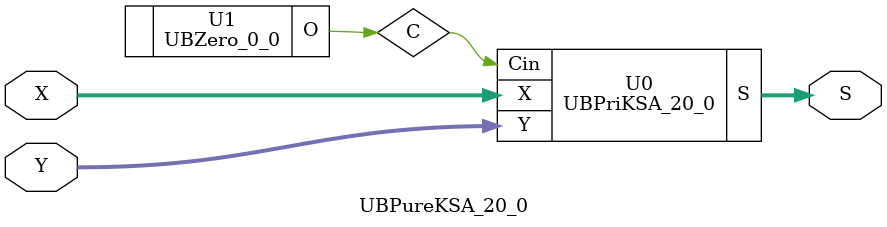
<source format=v>
/*----------------------------------------------------------------------------
  Copyright (c) 2021 Homma laboratory. All rights reserved.

  Top module: UBKSA_20_0_20_0

  Operand-1 length: 21
  Operand-2 length: 21
  Two-operand addition algorithm: Kogge-Stone adder
----------------------------------------------------------------------------*/

module GPGenerator(Go, Po, A, B);
  output Go;
  output Po;
  input A;
  input B;
  assign Go = A & B;
  assign Po = A ^ B;
endmodule

module CarryOperator(Go, Po, Gi1, Pi1, Gi2, Pi2);
  output Go;
  output Po;
  input Gi1;
  input Gi2;
  input Pi1;
  input Pi2;
  assign Go = Gi1 | ( Gi2 & Pi1 );
  assign Po = Pi1 & Pi2;
endmodule

module UBPriKSA_20_0(S, X, Y, Cin);
  output [21:0] S;
  input Cin;
  input [20:0] X;
  input [20:0] Y;
  wire [20:0] G0;
  wire [20:0] G1;
  wire [20:0] G2;
  wire [20:0] G3;
  wire [20:0] G4;
  wire [20:0] G5;
  wire [20:0] P0;
  wire [20:0] P1;
  wire [20:0] P2;
  wire [20:0] P3;
  wire [20:0] P4;
  wire [20:0] P5;
  assign P1[0] = P0[0];
  assign G1[0] = G0[0];
  assign P2[0] = P1[0];
  assign G2[0] = G1[0];
  assign P2[1] = P1[1];
  assign G2[1] = G1[1];
  assign P3[0] = P2[0];
  assign G3[0] = G2[0];
  assign P3[1] = P2[1];
  assign G3[1] = G2[1];
  assign P3[2] = P2[2];
  assign G3[2] = G2[2];
  assign P3[3] = P2[3];
  assign G3[3] = G2[3];
  assign P4[0] = P3[0];
  assign G4[0] = G3[0];
  assign P4[1] = P3[1];
  assign G4[1] = G3[1];
  assign P4[2] = P3[2];
  assign G4[2] = G3[2];
  assign P4[3] = P3[3];
  assign G4[3] = G3[3];
  assign P4[4] = P3[4];
  assign G4[4] = G3[4];
  assign P4[5] = P3[5];
  assign G4[5] = G3[5];
  assign P4[6] = P3[6];
  assign G4[6] = G3[6];
  assign P4[7] = P3[7];
  assign G4[7] = G3[7];
  assign P5[0] = P4[0];
  assign G5[0] = G4[0];
  assign P5[1] = P4[1];
  assign G5[1] = G4[1];
  assign P5[2] = P4[2];
  assign G5[2] = G4[2];
  assign P5[3] = P4[3];
  assign G5[3] = G4[3];
  assign P5[4] = P4[4];
  assign G5[4] = G4[4];
  assign P5[5] = P4[5];
  assign G5[5] = G4[5];
  assign P5[6] = P4[6];
  assign G5[6] = G4[6];
  assign P5[7] = P4[7];
  assign G5[7] = G4[7];
  assign P5[8] = P4[8];
  assign G5[8] = G4[8];
  assign P5[9] = P4[9];
  assign G5[9] = G4[9];
  assign P5[10] = P4[10];
  assign G5[10] = G4[10];
  assign P5[11] = P4[11];
  assign G5[11] = G4[11];
  assign P5[12] = P4[12];
  assign G5[12] = G4[12];
  assign P5[13] = P4[13];
  assign G5[13] = G4[13];
  assign P5[14] = P4[14];
  assign G5[14] = G4[14];
  assign P5[15] = P4[15];
  assign G5[15] = G4[15];
  assign S[0] = Cin ^ P0[0];
  assign S[1] = ( G5[0] | ( P5[0] & Cin ) ) ^ P0[1];
  assign S[2] = ( G5[1] | ( P5[1] & Cin ) ) ^ P0[2];
  assign S[3] = ( G5[2] | ( P5[2] & Cin ) ) ^ P0[3];
  assign S[4] = ( G5[3] | ( P5[3] & Cin ) ) ^ P0[4];
  assign S[5] = ( G5[4] | ( P5[4] & Cin ) ) ^ P0[5];
  assign S[6] = ( G5[5] | ( P5[5] & Cin ) ) ^ P0[6];
  assign S[7] = ( G5[6] | ( P5[6] & Cin ) ) ^ P0[7];
  assign S[8] = ( G5[7] | ( P5[7] & Cin ) ) ^ P0[8];
  assign S[9] = ( G5[8] | ( P5[8] & Cin ) ) ^ P0[9];
  assign S[10] = ( G5[9] | ( P5[9] & Cin ) ) ^ P0[10];
  assign S[11] = ( G5[10] | ( P5[10] & Cin ) ) ^ P0[11];
  assign S[12] = ( G5[11] | ( P5[11] & Cin ) ) ^ P0[12];
  assign S[13] = ( G5[12] | ( P5[12] & Cin ) ) ^ P0[13];
  assign S[14] = ( G5[13] | ( P5[13] & Cin ) ) ^ P0[14];
  assign S[15] = ( G5[14] | ( P5[14] & Cin ) ) ^ P0[15];
  assign S[16] = ( G5[15] | ( P5[15] & Cin ) ) ^ P0[16];
  assign S[17] = ( G5[16] | ( P5[16] & Cin ) ) ^ P0[17];
  assign S[18] = ( G5[17] | ( P5[17] & Cin ) ) ^ P0[18];
  assign S[19] = ( G5[18] | ( P5[18] & Cin ) ) ^ P0[19];
  assign S[20] = ( G5[19] | ( P5[19] & Cin ) ) ^ P0[20];
  assign S[21] = G5[20] | ( P5[20] & Cin );
  GPGenerator U0 (G0[0], P0[0], X[0], Y[0]);
  GPGenerator U1 (G0[1], P0[1], X[1], Y[1]);
  GPGenerator U2 (G0[2], P0[2], X[2], Y[2]);
  GPGenerator U3 (G0[3], P0[3], X[3], Y[3]);
  GPGenerator U4 (G0[4], P0[4], X[4], Y[4]);
  GPGenerator U5 (G0[5], P0[5], X[5], Y[5]);
  GPGenerator U6 (G0[6], P0[6], X[6], Y[6]);
  GPGenerator U7 (G0[7], P0[7], X[7], Y[7]);
  GPGenerator U8 (G0[8], P0[8], X[8], Y[8]);
  GPGenerator U9 (G0[9], P0[9], X[9], Y[9]);
  GPGenerator U10 (G0[10], P0[10], X[10], Y[10]);
  GPGenerator U11 (G0[11], P0[11], X[11], Y[11]);
  GPGenerator U12 (G0[12], P0[12], X[12], Y[12]);
  GPGenerator U13 (G0[13], P0[13], X[13], Y[13]);
  GPGenerator U14 (G0[14], P0[14], X[14], Y[14]);
  GPGenerator U15 (G0[15], P0[15], X[15], Y[15]);
  GPGenerator U16 (G0[16], P0[16], X[16], Y[16]);
  GPGenerator U17 (G0[17], P0[17], X[17], Y[17]);
  GPGenerator U18 (G0[18], P0[18], X[18], Y[18]);
  GPGenerator U19 (G0[19], P0[19], X[19], Y[19]);
  GPGenerator U20 (G0[20], P0[20], X[20], Y[20]);
  CarryOperator U21 (G1[1], P1[1], G0[1], P0[1], G0[0], P0[0]);
  CarryOperator U22 (G1[2], P1[2], G0[2], P0[2], G0[1], P0[1]);
  CarryOperator U23 (G1[3], P1[3], G0[3], P0[3], G0[2], P0[2]);
  CarryOperator U24 (G1[4], P1[4], G0[4], P0[4], G0[3], P0[3]);
  CarryOperator U25 (G1[5], P1[5], G0[5], P0[5], G0[4], P0[4]);
  CarryOperator U26 (G1[6], P1[6], G0[6], P0[6], G0[5], P0[5]);
  CarryOperator U27 (G1[7], P1[7], G0[7], P0[7], G0[6], P0[6]);
  CarryOperator U28 (G1[8], P1[8], G0[8], P0[8], G0[7], P0[7]);
  CarryOperator U29 (G1[9], P1[9], G0[9], P0[9], G0[8], P0[8]);
  CarryOperator U30 (G1[10], P1[10], G0[10], P0[10], G0[9], P0[9]);
  CarryOperator U31 (G1[11], P1[11], G0[11], P0[11], G0[10], P0[10]);
  CarryOperator U32 (G1[12], P1[12], G0[12], P0[12], G0[11], P0[11]);
  CarryOperator U33 (G1[13], P1[13], G0[13], P0[13], G0[12], P0[12]);
  CarryOperator U34 (G1[14], P1[14], G0[14], P0[14], G0[13], P0[13]);
  CarryOperator U35 (G1[15], P1[15], G0[15], P0[15], G0[14], P0[14]);
  CarryOperator U36 (G1[16], P1[16], G0[16], P0[16], G0[15], P0[15]);
  CarryOperator U37 (G1[17], P1[17], G0[17], P0[17], G0[16], P0[16]);
  CarryOperator U38 (G1[18], P1[18], G0[18], P0[18], G0[17], P0[17]);
  CarryOperator U39 (G1[19], P1[19], G0[19], P0[19], G0[18], P0[18]);
  CarryOperator U40 (G1[20], P1[20], G0[20], P0[20], G0[19], P0[19]);
  CarryOperator U41 (G2[2], P2[2], G1[2], P1[2], G1[0], P1[0]);
  CarryOperator U42 (G2[3], P2[3], G1[3], P1[3], G1[1], P1[1]);
  CarryOperator U43 (G2[4], P2[4], G1[4], P1[4], G1[2], P1[2]);
  CarryOperator U44 (G2[5], P2[5], G1[5], P1[5], G1[3], P1[3]);
  CarryOperator U45 (G2[6], P2[6], G1[6], P1[6], G1[4], P1[4]);
  CarryOperator U46 (G2[7], P2[7], G1[7], P1[7], G1[5], P1[5]);
  CarryOperator U47 (G2[8], P2[8], G1[8], P1[8], G1[6], P1[6]);
  CarryOperator U48 (G2[9], P2[9], G1[9], P1[9], G1[7], P1[7]);
  CarryOperator U49 (G2[10], P2[10], G1[10], P1[10], G1[8], P1[8]);
  CarryOperator U50 (G2[11], P2[11], G1[11], P1[11], G1[9], P1[9]);
  CarryOperator U51 (G2[12], P2[12], G1[12], P1[12], G1[10], P1[10]);
  CarryOperator U52 (G2[13], P2[13], G1[13], P1[13], G1[11], P1[11]);
  CarryOperator U53 (G2[14], P2[14], G1[14], P1[14], G1[12], P1[12]);
  CarryOperator U54 (G2[15], P2[15], G1[15], P1[15], G1[13], P1[13]);
  CarryOperator U55 (G2[16], P2[16], G1[16], P1[16], G1[14], P1[14]);
  CarryOperator U56 (G2[17], P2[17], G1[17], P1[17], G1[15], P1[15]);
  CarryOperator U57 (G2[18], P2[18], G1[18], P1[18], G1[16], P1[16]);
  CarryOperator U58 (G2[19], P2[19], G1[19], P1[19], G1[17], P1[17]);
  CarryOperator U59 (G2[20], P2[20], G1[20], P1[20], G1[18], P1[18]);
  CarryOperator U60 (G3[4], P3[4], G2[4], P2[4], G2[0], P2[0]);
  CarryOperator U61 (G3[5], P3[5], G2[5], P2[5], G2[1], P2[1]);
  CarryOperator U62 (G3[6], P3[6], G2[6], P2[6], G2[2], P2[2]);
  CarryOperator U63 (G3[7], P3[7], G2[7], P2[7], G2[3], P2[3]);
  CarryOperator U64 (G3[8], P3[8], G2[8], P2[8], G2[4], P2[4]);
  CarryOperator U65 (G3[9], P3[9], G2[9], P2[9], G2[5], P2[5]);
  CarryOperator U66 (G3[10], P3[10], G2[10], P2[10], G2[6], P2[6]);
  CarryOperator U67 (G3[11], P3[11], G2[11], P2[11], G2[7], P2[7]);
  CarryOperator U68 (G3[12], P3[12], G2[12], P2[12], G2[8], P2[8]);
  CarryOperator U69 (G3[13], P3[13], G2[13], P2[13], G2[9], P2[9]);
  CarryOperator U70 (G3[14], P3[14], G2[14], P2[14], G2[10], P2[10]);
  CarryOperator U71 (G3[15], P3[15], G2[15], P2[15], G2[11], P2[11]);
  CarryOperator U72 (G3[16], P3[16], G2[16], P2[16], G2[12], P2[12]);
  CarryOperator U73 (G3[17], P3[17], G2[17], P2[17], G2[13], P2[13]);
  CarryOperator U74 (G3[18], P3[18], G2[18], P2[18], G2[14], P2[14]);
  CarryOperator U75 (G3[19], P3[19], G2[19], P2[19], G2[15], P2[15]);
  CarryOperator U76 (G3[20], P3[20], G2[20], P2[20], G2[16], P2[16]);
  CarryOperator U77 (G4[8], P4[8], G3[8], P3[8], G3[0], P3[0]);
  CarryOperator U78 (G4[9], P4[9], G3[9], P3[9], G3[1], P3[1]);
  CarryOperator U79 (G4[10], P4[10], G3[10], P3[10], G3[2], P3[2]);
  CarryOperator U80 (G4[11], P4[11], G3[11], P3[11], G3[3], P3[3]);
  CarryOperator U81 (G4[12], P4[12], G3[12], P3[12], G3[4], P3[4]);
  CarryOperator U82 (G4[13], P4[13], G3[13], P3[13], G3[5], P3[5]);
  CarryOperator U83 (G4[14], P4[14], G3[14], P3[14], G3[6], P3[6]);
  CarryOperator U84 (G4[15], P4[15], G3[15], P3[15], G3[7], P3[7]);
  CarryOperator U85 (G4[16], P4[16], G3[16], P3[16], G3[8], P3[8]);
  CarryOperator U86 (G4[17], P4[17], G3[17], P3[17], G3[9], P3[9]);
  CarryOperator U87 (G4[18], P4[18], G3[18], P3[18], G3[10], P3[10]);
  CarryOperator U88 (G4[19], P4[19], G3[19], P3[19], G3[11], P3[11]);
  CarryOperator U89 (G4[20], P4[20], G3[20], P3[20], G3[12], P3[12]);
  CarryOperator U90 (G5[16], P5[16], G4[16], P4[16], G4[0], P4[0]);
  CarryOperator U91 (G5[17], P5[17], G4[17], P4[17], G4[1], P4[1]);
  CarryOperator U92 (G5[18], P5[18], G4[18], P4[18], G4[2], P4[2]);
  CarryOperator U93 (G5[19], P5[19], G4[19], P4[19], G4[3], P4[3]);
  CarryOperator U94 (G5[20], P5[20], G4[20], P4[20], G4[4], P4[4]);
endmodule

module UBZero_0_0(O);
  output [0:0] O;
  assign O[0] = 0;
endmodule

module UBKSA_20_0_20_0 (S, X, Y);
  output [21:0] S;
  input [20:0] X;
  input [20:0] Y;
  UBPureKSA_20_0 U0 (S[21:0], X[20:0], Y[20:0]);
endmodule

module UBPureKSA_20_0 (S, X, Y);
  output [21:0] S;
  input [20:0] X;
  input [20:0] Y;
  wire C;
  UBPriKSA_20_0 U0 (S, X, Y, C);
  UBZero_0_0 U1 (C);
endmodule


</source>
